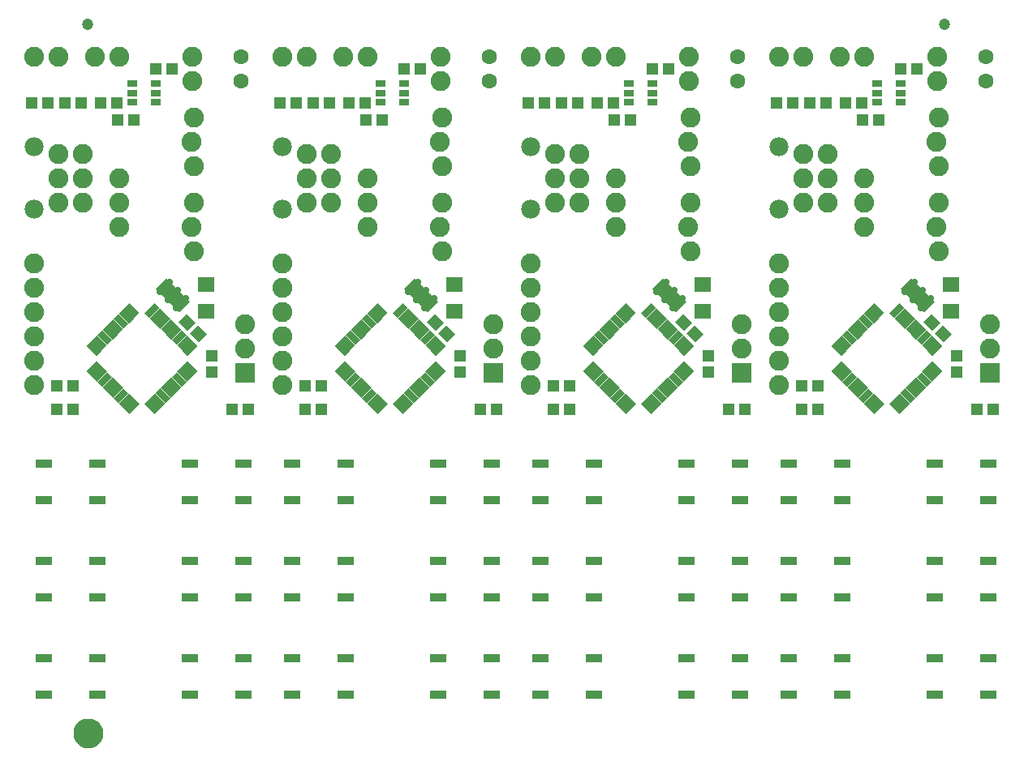
<source format=gts>
G04 EAGLE Gerber RS-274X export*
G75*
%MOMM*%
%FSLAX34Y34*%
%LPD*%
%INSoldermask Top*%
%IPPOS*%
%AMOC8*
5,1,8,0,0,1.08239X$1,22.5*%
G01*
%ADD10C,1.600200*%
%ADD11R,1.303200X1.203200*%
%ADD12C,0.653200*%
%ADD13R,3.495038X1.534156*%
%ADD14R,1.473200X0.762000*%
%ADD15R,0.762000X1.473200*%
%ADD16C,2.082800*%
%ADD17R,1.803200X1.603200*%
%ADD18R,1.727200X0.965200*%
%ADD19C,1.981200*%
%ADD20R,2.082800X2.082800*%
%ADD21R,1.203200X1.303200*%
%ADD22R,1.003200X0.753200*%
%ADD23C,1.203200*%
%ADD24C,1.270000*%
%ADD25C,1.703200*%


D10*
X228600Y685800D03*
X228600Y660400D03*
X487680Y685800D03*
X487680Y660400D03*
X746760Y685800D03*
X746760Y660400D03*
X1005840Y685800D03*
X1005840Y660400D03*
D11*
X98619Y637286D03*
X81619Y637286D03*
X35950Y317500D03*
X52950Y317500D03*
G36*
X183457Y404915D02*
X192671Y395701D01*
X184163Y387193D01*
X174949Y396407D01*
X183457Y404915D01*
G37*
G36*
X171437Y416935D02*
X180651Y407721D01*
X172143Y399213D01*
X162929Y408427D01*
X171437Y416935D01*
G37*
X27194Y637515D03*
X10194Y637515D03*
D12*
X153859Y449850D02*
X143571Y439562D01*
X152056Y431077D02*
X162344Y441365D01*
X170830Y432880D02*
X160542Y422592D01*
D13*
G36*
X164096Y418441D02*
X139384Y443153D01*
X150232Y454001D01*
X174944Y429289D01*
X164096Y418441D01*
G37*
D11*
X52950Y341630D03*
X35950Y341630D03*
D14*
G36*
X167236Y378354D02*
X177652Y388770D01*
X183040Y383382D01*
X172624Y372966D01*
X167236Y378354D01*
G37*
G36*
X161579Y384011D02*
X171995Y394427D01*
X177383Y389039D01*
X166967Y378623D01*
X161579Y384011D01*
G37*
G36*
X155923Y389668D02*
X166339Y400084D01*
X171727Y394696D01*
X161311Y384280D01*
X155923Y389668D01*
G37*
G36*
X150266Y395325D02*
X160682Y405741D01*
X166070Y400353D01*
X155654Y389937D01*
X150266Y395325D01*
G37*
G36*
X144609Y400982D02*
X155025Y411398D01*
X160413Y406010D01*
X149997Y395594D01*
X144609Y400982D01*
G37*
G36*
X138952Y406638D02*
X149368Y417054D01*
X154756Y411666D01*
X144340Y401250D01*
X138952Y406638D01*
G37*
G36*
X133295Y412295D02*
X143711Y422711D01*
X149099Y417323D01*
X138683Y406907D01*
X133295Y412295D01*
G37*
G36*
X127638Y417952D02*
X138054Y428368D01*
X143442Y422980D01*
X133026Y412564D01*
X127638Y417952D01*
G37*
D15*
G36*
X106530Y422980D02*
X111918Y428368D01*
X122334Y417952D01*
X116946Y412564D01*
X106530Y422980D01*
G37*
G36*
X100873Y417323D02*
X106261Y422711D01*
X116677Y412295D01*
X111289Y406907D01*
X100873Y417323D01*
G37*
G36*
X95216Y411666D02*
X100604Y417054D01*
X111020Y406638D01*
X105632Y401250D01*
X95216Y411666D01*
G37*
G36*
X89559Y406010D02*
X94947Y411398D01*
X105363Y400982D01*
X99975Y395594D01*
X89559Y406010D01*
G37*
G36*
X83902Y400353D02*
X89290Y405741D01*
X99706Y395325D01*
X94318Y389937D01*
X83902Y400353D01*
G37*
G36*
X78246Y394696D02*
X83634Y400084D01*
X94050Y389668D01*
X88662Y384280D01*
X78246Y394696D01*
G37*
G36*
X72589Y389039D02*
X77977Y394427D01*
X88393Y384011D01*
X83005Y378623D01*
X72589Y389039D01*
G37*
G36*
X66932Y383382D02*
X72320Y388770D01*
X82736Y378354D01*
X77348Y372966D01*
X66932Y383382D01*
G37*
D14*
G36*
X66932Y357246D02*
X77348Y367662D01*
X82736Y362274D01*
X72320Y351858D01*
X66932Y357246D01*
G37*
G36*
X72589Y351589D02*
X83005Y362005D01*
X88393Y356617D01*
X77977Y346201D01*
X72589Y351589D01*
G37*
G36*
X78246Y345932D02*
X88662Y356348D01*
X94050Y350960D01*
X83634Y340544D01*
X78246Y345932D01*
G37*
G36*
X83902Y340275D02*
X94318Y350691D01*
X99706Y345303D01*
X89290Y334887D01*
X83902Y340275D01*
G37*
G36*
X89559Y334618D02*
X99975Y345034D01*
X105363Y339646D01*
X94947Y329230D01*
X89559Y334618D01*
G37*
G36*
X95216Y328961D02*
X105632Y339377D01*
X111020Y333989D01*
X100604Y323573D01*
X95216Y328961D01*
G37*
G36*
X100873Y323305D02*
X111289Y333721D01*
X116677Y328333D01*
X106261Y317917D01*
X100873Y323305D01*
G37*
G36*
X106530Y317648D02*
X116946Y328064D01*
X122334Y322676D01*
X111918Y312260D01*
X106530Y317648D01*
G37*
D15*
G36*
X127638Y322676D02*
X133026Y328064D01*
X143442Y317648D01*
X138054Y312260D01*
X127638Y322676D01*
G37*
G36*
X133295Y328333D02*
X138683Y333721D01*
X149099Y323305D01*
X143711Y317917D01*
X133295Y328333D01*
G37*
G36*
X138952Y333989D02*
X144340Y339377D01*
X154756Y328961D01*
X149368Y323573D01*
X138952Y333989D01*
G37*
G36*
X144609Y339646D02*
X149997Y345034D01*
X160413Y334618D01*
X155025Y329230D01*
X144609Y339646D01*
G37*
G36*
X150266Y345303D02*
X155654Y350691D01*
X166070Y340275D01*
X160682Y334887D01*
X150266Y345303D01*
G37*
G36*
X155923Y350960D02*
X161311Y356348D01*
X171727Y345932D01*
X166339Y340544D01*
X155923Y350960D01*
G37*
G36*
X161579Y356617D02*
X166967Y362005D01*
X177383Y351589D01*
X171995Y346201D01*
X161579Y356617D01*
G37*
G36*
X167236Y362274D02*
X172624Y367662D01*
X183040Y357246D01*
X177652Y351858D01*
X167236Y362274D01*
G37*
D16*
X177800Y660400D03*
X177800Y685800D03*
X179070Y622300D03*
X176530Y596900D03*
X179070Y571500D03*
D17*
X191516Y447832D03*
X191516Y419832D03*
D18*
X78740Y222250D03*
X22860Y222250D03*
X78740Y260350D03*
X22860Y260350D03*
X78740Y120650D03*
X22860Y120650D03*
X78740Y158750D03*
X22860Y158750D03*
X78740Y19050D03*
X22860Y19050D03*
X78740Y57150D03*
X22860Y57150D03*
X175260Y260350D03*
X231140Y260350D03*
X175260Y222250D03*
X231140Y222250D03*
X175260Y158750D03*
X231140Y158750D03*
X175260Y120650D03*
X231140Y120650D03*
X175260Y57150D03*
X231140Y57150D03*
X175260Y19050D03*
X231140Y19050D03*
D19*
X12700Y591300D03*
X12700Y526300D03*
D16*
X101600Y558800D03*
X101600Y533400D03*
X101600Y508000D03*
X12700Y342900D03*
X12700Y368300D03*
X12700Y393700D03*
X12700Y419100D03*
X12700Y444500D03*
X12700Y469900D03*
X12700Y685800D03*
X38100Y685800D03*
D20*
X232410Y355600D03*
D16*
X232410Y381000D03*
X232410Y406400D03*
D11*
X218830Y317500D03*
X235830Y317500D03*
D21*
X198120Y355990D03*
X198120Y372990D03*
D22*
X115000Y657200D03*
X115000Y647700D03*
X115000Y638200D03*
X139000Y638200D03*
X139000Y657200D03*
X139000Y647700D03*
D11*
X156328Y672846D03*
X139328Y672846D03*
X116653Y618998D03*
X99653Y618998D03*
D16*
X63500Y584200D03*
X38100Y584200D03*
X63500Y558800D03*
X38100Y558800D03*
X63500Y533400D03*
X38100Y533400D03*
X179070Y533400D03*
X176530Y508000D03*
X179070Y482600D03*
D11*
X61586Y637540D03*
X44586Y637540D03*
D16*
X76200Y685800D03*
X101600Y685800D03*
D11*
X357699Y637286D03*
X340699Y637286D03*
X295030Y317500D03*
X312030Y317500D03*
G36*
X442537Y404915D02*
X451751Y395701D01*
X443243Y387193D01*
X434029Y396407D01*
X442537Y404915D01*
G37*
G36*
X430517Y416935D02*
X439731Y407721D01*
X431223Y399213D01*
X422009Y408427D01*
X430517Y416935D01*
G37*
X286274Y637515D03*
X269274Y637515D03*
D12*
X412939Y449850D02*
X402651Y439562D01*
X411136Y431077D02*
X421424Y441365D01*
X429910Y432880D02*
X419622Y422592D01*
D13*
G36*
X423176Y418441D02*
X398464Y443153D01*
X409312Y454001D01*
X434024Y429289D01*
X423176Y418441D01*
G37*
D11*
X312030Y341630D03*
X295030Y341630D03*
D14*
G36*
X426316Y378354D02*
X436732Y388770D01*
X442120Y383382D01*
X431704Y372966D01*
X426316Y378354D01*
G37*
G36*
X420659Y384011D02*
X431075Y394427D01*
X436463Y389039D01*
X426047Y378623D01*
X420659Y384011D01*
G37*
G36*
X415003Y389668D02*
X425419Y400084D01*
X430807Y394696D01*
X420391Y384280D01*
X415003Y389668D01*
G37*
G36*
X409346Y395325D02*
X419762Y405741D01*
X425150Y400353D01*
X414734Y389937D01*
X409346Y395325D01*
G37*
G36*
X403689Y400982D02*
X414105Y411398D01*
X419493Y406010D01*
X409077Y395594D01*
X403689Y400982D01*
G37*
G36*
X398032Y406638D02*
X408448Y417054D01*
X413836Y411666D01*
X403420Y401250D01*
X398032Y406638D01*
G37*
G36*
X392375Y412295D02*
X402791Y422711D01*
X408179Y417323D01*
X397763Y406907D01*
X392375Y412295D01*
G37*
G36*
X386718Y417952D02*
X397134Y428368D01*
X402522Y422980D01*
X392106Y412564D01*
X386718Y417952D01*
G37*
D15*
G36*
X365610Y422980D02*
X370998Y428368D01*
X381414Y417952D01*
X376026Y412564D01*
X365610Y422980D01*
G37*
G36*
X359953Y417323D02*
X365341Y422711D01*
X375757Y412295D01*
X370369Y406907D01*
X359953Y417323D01*
G37*
G36*
X354296Y411666D02*
X359684Y417054D01*
X370100Y406638D01*
X364712Y401250D01*
X354296Y411666D01*
G37*
G36*
X348639Y406010D02*
X354027Y411398D01*
X364443Y400982D01*
X359055Y395594D01*
X348639Y406010D01*
G37*
G36*
X342982Y400353D02*
X348370Y405741D01*
X358786Y395325D01*
X353398Y389937D01*
X342982Y400353D01*
G37*
G36*
X337326Y394696D02*
X342714Y400084D01*
X353130Y389668D01*
X347742Y384280D01*
X337326Y394696D01*
G37*
G36*
X331669Y389039D02*
X337057Y394427D01*
X347473Y384011D01*
X342085Y378623D01*
X331669Y389039D01*
G37*
G36*
X326012Y383382D02*
X331400Y388770D01*
X341816Y378354D01*
X336428Y372966D01*
X326012Y383382D01*
G37*
D14*
G36*
X326012Y357246D02*
X336428Y367662D01*
X341816Y362274D01*
X331400Y351858D01*
X326012Y357246D01*
G37*
G36*
X331669Y351589D02*
X342085Y362005D01*
X347473Y356617D01*
X337057Y346201D01*
X331669Y351589D01*
G37*
G36*
X337326Y345932D02*
X347742Y356348D01*
X353130Y350960D01*
X342714Y340544D01*
X337326Y345932D01*
G37*
G36*
X342982Y340275D02*
X353398Y350691D01*
X358786Y345303D01*
X348370Y334887D01*
X342982Y340275D01*
G37*
G36*
X348639Y334618D02*
X359055Y345034D01*
X364443Y339646D01*
X354027Y329230D01*
X348639Y334618D01*
G37*
G36*
X354296Y328961D02*
X364712Y339377D01*
X370100Y333989D01*
X359684Y323573D01*
X354296Y328961D01*
G37*
G36*
X359953Y323305D02*
X370369Y333721D01*
X375757Y328333D01*
X365341Y317917D01*
X359953Y323305D01*
G37*
G36*
X365610Y317648D02*
X376026Y328064D01*
X381414Y322676D01*
X370998Y312260D01*
X365610Y317648D01*
G37*
D15*
G36*
X386718Y322676D02*
X392106Y328064D01*
X402522Y317648D01*
X397134Y312260D01*
X386718Y322676D01*
G37*
G36*
X392375Y328333D02*
X397763Y333721D01*
X408179Y323305D01*
X402791Y317917D01*
X392375Y328333D01*
G37*
G36*
X398032Y333989D02*
X403420Y339377D01*
X413836Y328961D01*
X408448Y323573D01*
X398032Y333989D01*
G37*
G36*
X403689Y339646D02*
X409077Y345034D01*
X419493Y334618D01*
X414105Y329230D01*
X403689Y339646D01*
G37*
G36*
X409346Y345303D02*
X414734Y350691D01*
X425150Y340275D01*
X419762Y334887D01*
X409346Y345303D01*
G37*
G36*
X415003Y350960D02*
X420391Y356348D01*
X430807Y345932D01*
X425419Y340544D01*
X415003Y350960D01*
G37*
G36*
X420659Y356617D02*
X426047Y362005D01*
X436463Y351589D01*
X431075Y346201D01*
X420659Y356617D01*
G37*
G36*
X426316Y362274D02*
X431704Y367662D01*
X442120Y357246D01*
X436732Y351858D01*
X426316Y362274D01*
G37*
D16*
X436880Y660400D03*
X436880Y685800D03*
X438150Y622300D03*
X435610Y596900D03*
X438150Y571500D03*
D17*
X450596Y447832D03*
X450596Y419832D03*
D18*
X337820Y222250D03*
X281940Y222250D03*
X337820Y260350D03*
X281940Y260350D03*
X337820Y120650D03*
X281940Y120650D03*
X337820Y158750D03*
X281940Y158750D03*
X337820Y19050D03*
X281940Y19050D03*
X337820Y57150D03*
X281940Y57150D03*
X434340Y260350D03*
X490220Y260350D03*
X434340Y222250D03*
X490220Y222250D03*
X434340Y158750D03*
X490220Y158750D03*
X434340Y120650D03*
X490220Y120650D03*
X434340Y57150D03*
X490220Y57150D03*
X434340Y19050D03*
X490220Y19050D03*
D19*
X271780Y591300D03*
X271780Y526300D03*
D16*
X360680Y558800D03*
X360680Y533400D03*
X360680Y508000D03*
X271780Y342900D03*
X271780Y368300D03*
X271780Y393700D03*
X271780Y419100D03*
X271780Y444500D03*
X271780Y469900D03*
X271780Y685800D03*
X297180Y685800D03*
D20*
X491490Y355600D03*
D16*
X491490Y381000D03*
X491490Y406400D03*
D11*
X477910Y317500D03*
X494910Y317500D03*
D21*
X457200Y355990D03*
X457200Y372990D03*
D22*
X374080Y657200D03*
X374080Y647700D03*
X374080Y638200D03*
X398080Y638200D03*
X398080Y657200D03*
X398080Y647700D03*
D11*
X415408Y672846D03*
X398408Y672846D03*
X375733Y618998D03*
X358733Y618998D03*
D16*
X322580Y584200D03*
X297180Y584200D03*
X322580Y558800D03*
X297180Y558800D03*
X322580Y533400D03*
X297180Y533400D03*
X438150Y533400D03*
X435610Y508000D03*
X438150Y482600D03*
D11*
X320666Y637540D03*
X303666Y637540D03*
D16*
X335280Y685800D03*
X360680Y685800D03*
D11*
X616779Y637286D03*
X599779Y637286D03*
X554110Y317500D03*
X571110Y317500D03*
G36*
X701617Y404915D02*
X710831Y395701D01*
X702323Y387193D01*
X693109Y396407D01*
X701617Y404915D01*
G37*
G36*
X689597Y416935D02*
X698811Y407721D01*
X690303Y399213D01*
X681089Y408427D01*
X689597Y416935D01*
G37*
X545354Y637515D03*
X528354Y637515D03*
D12*
X672019Y449850D02*
X661731Y439562D01*
X670216Y431077D02*
X680504Y441365D01*
X688990Y432880D02*
X678702Y422592D01*
D13*
G36*
X682256Y418441D02*
X657544Y443153D01*
X668392Y454001D01*
X693104Y429289D01*
X682256Y418441D01*
G37*
D11*
X571110Y341630D03*
X554110Y341630D03*
D14*
G36*
X685396Y378354D02*
X695812Y388770D01*
X701200Y383382D01*
X690784Y372966D01*
X685396Y378354D01*
G37*
G36*
X679739Y384011D02*
X690155Y394427D01*
X695543Y389039D01*
X685127Y378623D01*
X679739Y384011D01*
G37*
G36*
X674083Y389668D02*
X684499Y400084D01*
X689887Y394696D01*
X679471Y384280D01*
X674083Y389668D01*
G37*
G36*
X668426Y395325D02*
X678842Y405741D01*
X684230Y400353D01*
X673814Y389937D01*
X668426Y395325D01*
G37*
G36*
X662769Y400982D02*
X673185Y411398D01*
X678573Y406010D01*
X668157Y395594D01*
X662769Y400982D01*
G37*
G36*
X657112Y406638D02*
X667528Y417054D01*
X672916Y411666D01*
X662500Y401250D01*
X657112Y406638D01*
G37*
G36*
X651455Y412295D02*
X661871Y422711D01*
X667259Y417323D01*
X656843Y406907D01*
X651455Y412295D01*
G37*
G36*
X645798Y417952D02*
X656214Y428368D01*
X661602Y422980D01*
X651186Y412564D01*
X645798Y417952D01*
G37*
D15*
G36*
X624690Y422980D02*
X630078Y428368D01*
X640494Y417952D01*
X635106Y412564D01*
X624690Y422980D01*
G37*
G36*
X619033Y417323D02*
X624421Y422711D01*
X634837Y412295D01*
X629449Y406907D01*
X619033Y417323D01*
G37*
G36*
X613376Y411666D02*
X618764Y417054D01*
X629180Y406638D01*
X623792Y401250D01*
X613376Y411666D01*
G37*
G36*
X607719Y406010D02*
X613107Y411398D01*
X623523Y400982D01*
X618135Y395594D01*
X607719Y406010D01*
G37*
G36*
X602062Y400353D02*
X607450Y405741D01*
X617866Y395325D01*
X612478Y389937D01*
X602062Y400353D01*
G37*
G36*
X596406Y394696D02*
X601794Y400084D01*
X612210Y389668D01*
X606822Y384280D01*
X596406Y394696D01*
G37*
G36*
X590749Y389039D02*
X596137Y394427D01*
X606553Y384011D01*
X601165Y378623D01*
X590749Y389039D01*
G37*
G36*
X585092Y383382D02*
X590480Y388770D01*
X600896Y378354D01*
X595508Y372966D01*
X585092Y383382D01*
G37*
D14*
G36*
X585092Y357246D02*
X595508Y367662D01*
X600896Y362274D01*
X590480Y351858D01*
X585092Y357246D01*
G37*
G36*
X590749Y351589D02*
X601165Y362005D01*
X606553Y356617D01*
X596137Y346201D01*
X590749Y351589D01*
G37*
G36*
X596406Y345932D02*
X606822Y356348D01*
X612210Y350960D01*
X601794Y340544D01*
X596406Y345932D01*
G37*
G36*
X602062Y340275D02*
X612478Y350691D01*
X617866Y345303D01*
X607450Y334887D01*
X602062Y340275D01*
G37*
G36*
X607719Y334618D02*
X618135Y345034D01*
X623523Y339646D01*
X613107Y329230D01*
X607719Y334618D01*
G37*
G36*
X613376Y328961D02*
X623792Y339377D01*
X629180Y333989D01*
X618764Y323573D01*
X613376Y328961D01*
G37*
G36*
X619033Y323305D02*
X629449Y333721D01*
X634837Y328333D01*
X624421Y317917D01*
X619033Y323305D01*
G37*
G36*
X624690Y317648D02*
X635106Y328064D01*
X640494Y322676D01*
X630078Y312260D01*
X624690Y317648D01*
G37*
D15*
G36*
X645798Y322676D02*
X651186Y328064D01*
X661602Y317648D01*
X656214Y312260D01*
X645798Y322676D01*
G37*
G36*
X651455Y328333D02*
X656843Y333721D01*
X667259Y323305D01*
X661871Y317917D01*
X651455Y328333D01*
G37*
G36*
X657112Y333989D02*
X662500Y339377D01*
X672916Y328961D01*
X667528Y323573D01*
X657112Y333989D01*
G37*
G36*
X662769Y339646D02*
X668157Y345034D01*
X678573Y334618D01*
X673185Y329230D01*
X662769Y339646D01*
G37*
G36*
X668426Y345303D02*
X673814Y350691D01*
X684230Y340275D01*
X678842Y334887D01*
X668426Y345303D01*
G37*
G36*
X674083Y350960D02*
X679471Y356348D01*
X689887Y345932D01*
X684499Y340544D01*
X674083Y350960D01*
G37*
G36*
X679739Y356617D02*
X685127Y362005D01*
X695543Y351589D01*
X690155Y346201D01*
X679739Y356617D01*
G37*
G36*
X685396Y362274D02*
X690784Y367662D01*
X701200Y357246D01*
X695812Y351858D01*
X685396Y362274D01*
G37*
D16*
X695960Y660400D03*
X695960Y685800D03*
X697230Y622300D03*
X694690Y596900D03*
X697230Y571500D03*
D17*
X709676Y447832D03*
X709676Y419832D03*
D18*
X596900Y222250D03*
X541020Y222250D03*
X596900Y260350D03*
X541020Y260350D03*
X596900Y120650D03*
X541020Y120650D03*
X596900Y158750D03*
X541020Y158750D03*
X596900Y19050D03*
X541020Y19050D03*
X596900Y57150D03*
X541020Y57150D03*
X693420Y260350D03*
X749300Y260350D03*
X693420Y222250D03*
X749300Y222250D03*
X693420Y158750D03*
X749300Y158750D03*
X693420Y120650D03*
X749300Y120650D03*
X693420Y57150D03*
X749300Y57150D03*
X693420Y19050D03*
X749300Y19050D03*
D19*
X530860Y591300D03*
X530860Y526300D03*
D16*
X619760Y558800D03*
X619760Y533400D03*
X619760Y508000D03*
X530860Y342900D03*
X530860Y368300D03*
X530860Y393700D03*
X530860Y419100D03*
X530860Y444500D03*
X530860Y469900D03*
X530860Y685800D03*
X556260Y685800D03*
D20*
X750570Y355600D03*
D16*
X750570Y381000D03*
X750570Y406400D03*
D11*
X736990Y317500D03*
X753990Y317500D03*
D21*
X716280Y355990D03*
X716280Y372990D03*
D22*
X633160Y657200D03*
X633160Y647700D03*
X633160Y638200D03*
X657160Y638200D03*
X657160Y657200D03*
X657160Y647700D03*
D11*
X674488Y672846D03*
X657488Y672846D03*
X634813Y618998D03*
X617813Y618998D03*
D16*
X581660Y584200D03*
X556260Y584200D03*
X581660Y558800D03*
X556260Y558800D03*
X581660Y533400D03*
X556260Y533400D03*
X697230Y533400D03*
X694690Y508000D03*
X697230Y482600D03*
D11*
X579746Y637540D03*
X562746Y637540D03*
D16*
X594360Y685800D03*
X619760Y685800D03*
D11*
X875859Y637286D03*
X858859Y637286D03*
X813190Y317500D03*
X830190Y317500D03*
G36*
X960697Y404915D02*
X969911Y395701D01*
X961403Y387193D01*
X952189Y396407D01*
X960697Y404915D01*
G37*
G36*
X948677Y416935D02*
X957891Y407721D01*
X949383Y399213D01*
X940169Y408427D01*
X948677Y416935D01*
G37*
X804434Y637515D03*
X787434Y637515D03*
D12*
X931099Y449850D02*
X920811Y439562D01*
X929296Y431077D02*
X939584Y441365D01*
X948070Y432880D02*
X937782Y422592D01*
D13*
G36*
X941336Y418441D02*
X916624Y443153D01*
X927472Y454001D01*
X952184Y429289D01*
X941336Y418441D01*
G37*
D11*
X830190Y341630D03*
X813190Y341630D03*
D14*
G36*
X944476Y378354D02*
X954892Y388770D01*
X960280Y383382D01*
X949864Y372966D01*
X944476Y378354D01*
G37*
G36*
X938819Y384011D02*
X949235Y394427D01*
X954623Y389039D01*
X944207Y378623D01*
X938819Y384011D01*
G37*
G36*
X933163Y389668D02*
X943579Y400084D01*
X948967Y394696D01*
X938551Y384280D01*
X933163Y389668D01*
G37*
G36*
X927506Y395325D02*
X937922Y405741D01*
X943310Y400353D01*
X932894Y389937D01*
X927506Y395325D01*
G37*
G36*
X921849Y400982D02*
X932265Y411398D01*
X937653Y406010D01*
X927237Y395594D01*
X921849Y400982D01*
G37*
G36*
X916192Y406638D02*
X926608Y417054D01*
X931996Y411666D01*
X921580Y401250D01*
X916192Y406638D01*
G37*
G36*
X910535Y412295D02*
X920951Y422711D01*
X926339Y417323D01*
X915923Y406907D01*
X910535Y412295D01*
G37*
G36*
X904878Y417952D02*
X915294Y428368D01*
X920682Y422980D01*
X910266Y412564D01*
X904878Y417952D01*
G37*
D15*
G36*
X883770Y422980D02*
X889158Y428368D01*
X899574Y417952D01*
X894186Y412564D01*
X883770Y422980D01*
G37*
G36*
X878113Y417323D02*
X883501Y422711D01*
X893917Y412295D01*
X888529Y406907D01*
X878113Y417323D01*
G37*
G36*
X872456Y411666D02*
X877844Y417054D01*
X888260Y406638D01*
X882872Y401250D01*
X872456Y411666D01*
G37*
G36*
X866799Y406010D02*
X872187Y411398D01*
X882603Y400982D01*
X877215Y395594D01*
X866799Y406010D01*
G37*
G36*
X861142Y400353D02*
X866530Y405741D01*
X876946Y395325D01*
X871558Y389937D01*
X861142Y400353D01*
G37*
G36*
X855486Y394696D02*
X860874Y400084D01*
X871290Y389668D01*
X865902Y384280D01*
X855486Y394696D01*
G37*
G36*
X849829Y389039D02*
X855217Y394427D01*
X865633Y384011D01*
X860245Y378623D01*
X849829Y389039D01*
G37*
G36*
X844172Y383382D02*
X849560Y388770D01*
X859976Y378354D01*
X854588Y372966D01*
X844172Y383382D01*
G37*
D14*
G36*
X844172Y357246D02*
X854588Y367662D01*
X859976Y362274D01*
X849560Y351858D01*
X844172Y357246D01*
G37*
G36*
X849829Y351589D02*
X860245Y362005D01*
X865633Y356617D01*
X855217Y346201D01*
X849829Y351589D01*
G37*
G36*
X855486Y345932D02*
X865902Y356348D01*
X871290Y350960D01*
X860874Y340544D01*
X855486Y345932D01*
G37*
G36*
X861142Y340275D02*
X871558Y350691D01*
X876946Y345303D01*
X866530Y334887D01*
X861142Y340275D01*
G37*
G36*
X866799Y334618D02*
X877215Y345034D01*
X882603Y339646D01*
X872187Y329230D01*
X866799Y334618D01*
G37*
G36*
X872456Y328961D02*
X882872Y339377D01*
X888260Y333989D01*
X877844Y323573D01*
X872456Y328961D01*
G37*
G36*
X878113Y323305D02*
X888529Y333721D01*
X893917Y328333D01*
X883501Y317917D01*
X878113Y323305D01*
G37*
G36*
X883770Y317648D02*
X894186Y328064D01*
X899574Y322676D01*
X889158Y312260D01*
X883770Y317648D01*
G37*
D15*
G36*
X904878Y322676D02*
X910266Y328064D01*
X920682Y317648D01*
X915294Y312260D01*
X904878Y322676D01*
G37*
G36*
X910535Y328333D02*
X915923Y333721D01*
X926339Y323305D01*
X920951Y317917D01*
X910535Y328333D01*
G37*
G36*
X916192Y333989D02*
X921580Y339377D01*
X931996Y328961D01*
X926608Y323573D01*
X916192Y333989D01*
G37*
G36*
X921849Y339646D02*
X927237Y345034D01*
X937653Y334618D01*
X932265Y329230D01*
X921849Y339646D01*
G37*
G36*
X927506Y345303D02*
X932894Y350691D01*
X943310Y340275D01*
X937922Y334887D01*
X927506Y345303D01*
G37*
G36*
X933163Y350960D02*
X938551Y356348D01*
X948967Y345932D01*
X943579Y340544D01*
X933163Y350960D01*
G37*
G36*
X938819Y356617D02*
X944207Y362005D01*
X954623Y351589D01*
X949235Y346201D01*
X938819Y356617D01*
G37*
G36*
X944476Y362274D02*
X949864Y367662D01*
X960280Y357246D01*
X954892Y351858D01*
X944476Y362274D01*
G37*
D16*
X955040Y660400D03*
X955040Y685800D03*
X956310Y622300D03*
X953770Y596900D03*
X956310Y571500D03*
D17*
X968756Y447832D03*
X968756Y419832D03*
D18*
X855980Y222250D03*
X800100Y222250D03*
X855980Y260350D03*
X800100Y260350D03*
X855980Y120650D03*
X800100Y120650D03*
X855980Y158750D03*
X800100Y158750D03*
X855980Y19050D03*
X800100Y19050D03*
X855980Y57150D03*
X800100Y57150D03*
X952500Y260350D03*
X1008380Y260350D03*
X952500Y222250D03*
X1008380Y222250D03*
X952500Y158750D03*
X1008380Y158750D03*
X952500Y120650D03*
X1008380Y120650D03*
X952500Y57150D03*
X1008380Y57150D03*
X952500Y19050D03*
X1008380Y19050D03*
D19*
X789940Y591300D03*
X789940Y526300D03*
D16*
X878840Y558800D03*
X878840Y533400D03*
X878840Y508000D03*
X789940Y342900D03*
X789940Y368300D03*
X789940Y393700D03*
X789940Y419100D03*
X789940Y444500D03*
X789940Y469900D03*
X789940Y685800D03*
X815340Y685800D03*
D20*
X1009650Y355600D03*
D16*
X1009650Y381000D03*
X1009650Y406400D03*
D11*
X996070Y317500D03*
X1013070Y317500D03*
D21*
X975360Y355990D03*
X975360Y372990D03*
D22*
X892240Y657200D03*
X892240Y647700D03*
X892240Y638200D03*
X916240Y638200D03*
X916240Y657200D03*
X916240Y647700D03*
D11*
X933568Y672846D03*
X916568Y672846D03*
X893893Y618998D03*
X876893Y618998D03*
D16*
X840740Y584200D03*
X815340Y584200D03*
X840740Y558800D03*
X815340Y558800D03*
X840740Y533400D03*
X815340Y533400D03*
X956310Y533400D03*
X953770Y508000D03*
X956310Y482600D03*
D11*
X838826Y637540D03*
X821826Y637540D03*
D16*
X853440Y685800D03*
X878840Y685800D03*
D23*
X68580Y719455D03*
X962025Y719455D03*
D24*
X59525Y-20955D02*
X59528Y-20733D01*
X59536Y-20511D01*
X59550Y-20289D01*
X59569Y-20067D01*
X59593Y-19847D01*
X59623Y-19626D01*
X59658Y-19407D01*
X59699Y-19188D01*
X59745Y-18971D01*
X59796Y-18755D01*
X59853Y-18540D01*
X59915Y-18326D01*
X59982Y-18115D01*
X60054Y-17904D01*
X60132Y-17696D01*
X60214Y-17490D01*
X60302Y-17286D01*
X60394Y-17083D01*
X60492Y-16884D01*
X60594Y-16687D01*
X60701Y-16492D01*
X60813Y-16300D01*
X60930Y-16111D01*
X61051Y-15924D01*
X61177Y-15741D01*
X61307Y-15561D01*
X61442Y-15384D01*
X61580Y-15211D01*
X61723Y-15041D01*
X61871Y-14874D01*
X62022Y-14711D01*
X62177Y-14552D01*
X62336Y-14397D01*
X62499Y-14246D01*
X62666Y-14098D01*
X62836Y-13955D01*
X63009Y-13817D01*
X63186Y-13682D01*
X63366Y-13552D01*
X63549Y-13426D01*
X63736Y-13305D01*
X63925Y-13188D01*
X64117Y-13076D01*
X64312Y-12969D01*
X64509Y-12867D01*
X64708Y-12769D01*
X64911Y-12677D01*
X65115Y-12589D01*
X65321Y-12507D01*
X65529Y-12429D01*
X65740Y-12357D01*
X65951Y-12290D01*
X66165Y-12228D01*
X66380Y-12171D01*
X66596Y-12120D01*
X66813Y-12074D01*
X67032Y-12033D01*
X67251Y-11998D01*
X67472Y-11968D01*
X67692Y-11944D01*
X67914Y-11925D01*
X68136Y-11911D01*
X68358Y-11903D01*
X68580Y-11900D01*
X68802Y-11903D01*
X69024Y-11911D01*
X69246Y-11925D01*
X69468Y-11944D01*
X69688Y-11968D01*
X69909Y-11998D01*
X70128Y-12033D01*
X70347Y-12074D01*
X70564Y-12120D01*
X70780Y-12171D01*
X70995Y-12228D01*
X71209Y-12290D01*
X71420Y-12357D01*
X71631Y-12429D01*
X71839Y-12507D01*
X72045Y-12589D01*
X72249Y-12677D01*
X72452Y-12769D01*
X72651Y-12867D01*
X72848Y-12969D01*
X73043Y-13076D01*
X73235Y-13188D01*
X73424Y-13305D01*
X73611Y-13426D01*
X73794Y-13552D01*
X73974Y-13682D01*
X74151Y-13817D01*
X74324Y-13955D01*
X74494Y-14098D01*
X74661Y-14246D01*
X74824Y-14397D01*
X74983Y-14552D01*
X75138Y-14711D01*
X75289Y-14874D01*
X75437Y-15041D01*
X75580Y-15211D01*
X75718Y-15384D01*
X75853Y-15561D01*
X75983Y-15741D01*
X76109Y-15924D01*
X76230Y-16111D01*
X76347Y-16300D01*
X76459Y-16492D01*
X76566Y-16687D01*
X76668Y-16884D01*
X76766Y-17083D01*
X76858Y-17286D01*
X76946Y-17490D01*
X77028Y-17696D01*
X77106Y-17904D01*
X77178Y-18115D01*
X77245Y-18326D01*
X77307Y-18540D01*
X77364Y-18755D01*
X77415Y-18971D01*
X77461Y-19188D01*
X77502Y-19407D01*
X77537Y-19626D01*
X77567Y-19847D01*
X77591Y-20067D01*
X77610Y-20289D01*
X77624Y-20511D01*
X77632Y-20733D01*
X77635Y-20955D01*
X77632Y-21177D01*
X77624Y-21399D01*
X77610Y-21621D01*
X77591Y-21843D01*
X77567Y-22063D01*
X77537Y-22284D01*
X77502Y-22503D01*
X77461Y-22722D01*
X77415Y-22939D01*
X77364Y-23155D01*
X77307Y-23370D01*
X77245Y-23584D01*
X77178Y-23795D01*
X77106Y-24006D01*
X77028Y-24214D01*
X76946Y-24420D01*
X76858Y-24624D01*
X76766Y-24827D01*
X76668Y-25026D01*
X76566Y-25223D01*
X76459Y-25418D01*
X76347Y-25610D01*
X76230Y-25799D01*
X76109Y-25986D01*
X75983Y-26169D01*
X75853Y-26349D01*
X75718Y-26526D01*
X75580Y-26699D01*
X75437Y-26869D01*
X75289Y-27036D01*
X75138Y-27199D01*
X74983Y-27358D01*
X74824Y-27513D01*
X74661Y-27664D01*
X74494Y-27812D01*
X74324Y-27955D01*
X74151Y-28093D01*
X73974Y-28228D01*
X73794Y-28358D01*
X73611Y-28484D01*
X73424Y-28605D01*
X73235Y-28722D01*
X73043Y-28834D01*
X72848Y-28941D01*
X72651Y-29043D01*
X72452Y-29141D01*
X72249Y-29233D01*
X72045Y-29321D01*
X71839Y-29403D01*
X71631Y-29481D01*
X71420Y-29553D01*
X71209Y-29620D01*
X70995Y-29682D01*
X70780Y-29739D01*
X70564Y-29790D01*
X70347Y-29836D01*
X70128Y-29877D01*
X69909Y-29912D01*
X69688Y-29942D01*
X69468Y-29966D01*
X69246Y-29985D01*
X69024Y-29999D01*
X68802Y-30007D01*
X68580Y-30010D01*
X68358Y-30007D01*
X68136Y-29999D01*
X67914Y-29985D01*
X67692Y-29966D01*
X67472Y-29942D01*
X67251Y-29912D01*
X67032Y-29877D01*
X66813Y-29836D01*
X66596Y-29790D01*
X66380Y-29739D01*
X66165Y-29682D01*
X65951Y-29620D01*
X65740Y-29553D01*
X65529Y-29481D01*
X65321Y-29403D01*
X65115Y-29321D01*
X64911Y-29233D01*
X64708Y-29141D01*
X64509Y-29043D01*
X64312Y-28941D01*
X64117Y-28834D01*
X63925Y-28722D01*
X63736Y-28605D01*
X63549Y-28484D01*
X63366Y-28358D01*
X63186Y-28228D01*
X63009Y-28093D01*
X62836Y-27955D01*
X62666Y-27812D01*
X62499Y-27664D01*
X62336Y-27513D01*
X62177Y-27358D01*
X62022Y-27199D01*
X61871Y-27036D01*
X61723Y-26869D01*
X61580Y-26699D01*
X61442Y-26526D01*
X61307Y-26349D01*
X61177Y-26169D01*
X61051Y-25986D01*
X60930Y-25799D01*
X60813Y-25610D01*
X60701Y-25418D01*
X60594Y-25223D01*
X60492Y-25026D01*
X60394Y-24827D01*
X60302Y-24624D01*
X60214Y-24420D01*
X60132Y-24214D01*
X60054Y-24006D01*
X59982Y-23795D01*
X59915Y-23584D01*
X59853Y-23370D01*
X59796Y-23155D01*
X59745Y-22939D01*
X59699Y-22722D01*
X59658Y-22503D01*
X59623Y-22284D01*
X59593Y-22063D01*
X59569Y-21843D01*
X59550Y-21621D01*
X59536Y-21399D01*
X59528Y-21177D01*
X59525Y-20955D01*
D25*
X68580Y-20955D03*
M02*

</source>
